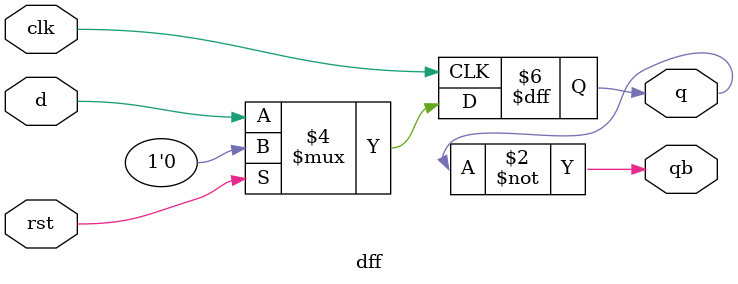
<source format=v>
`timescale 1ns / 1ps


module dff(
    input clk,rst,
    input d,
    output reg q,
    output qb
    );
    always@(posedge clk)
        begin
            if(rst)
                q <= 1'b0;
            else
                q <= d;
        end
    assign qb = ~q;
endmodule
</source>
